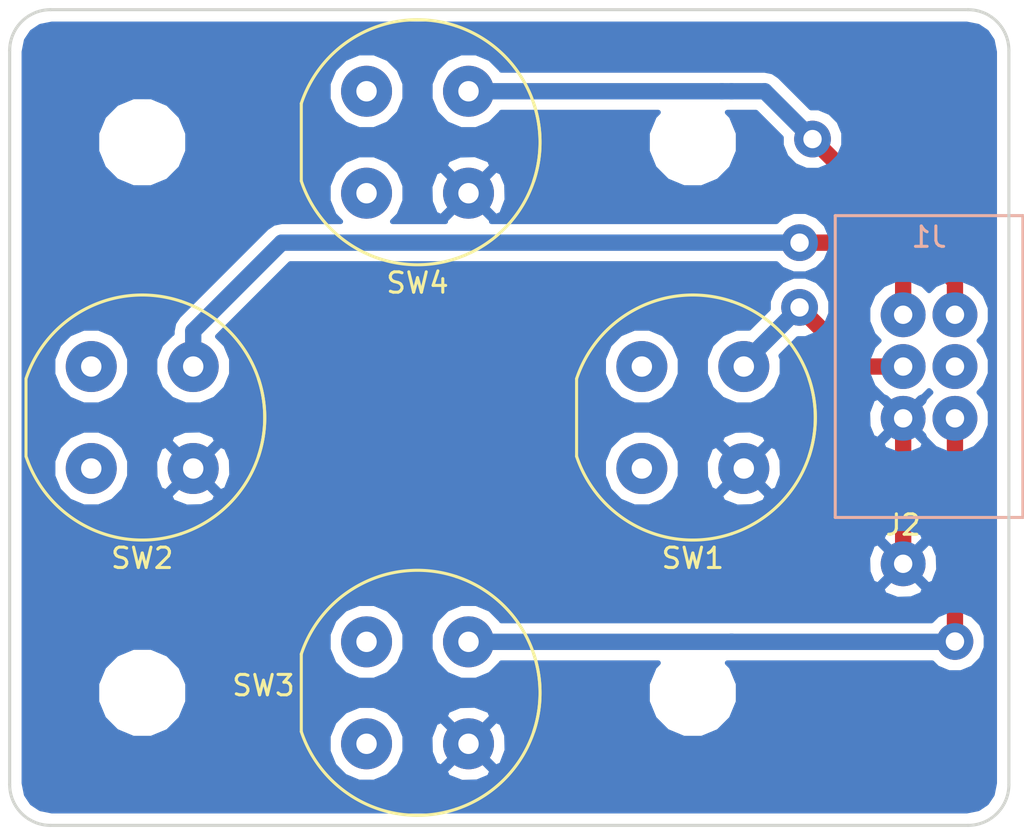
<source format=kicad_pcb>
(kicad_pcb (version 4) (host pcbnew 4.0.7)

  (general
    (links 9)
    (no_connects 0)
    (area 109.442857 66.825 175.087143 111.275)
    (thickness 1.6)
    (drawings 9)
    (tracks 34)
    (zones 0)
    (modules 10)
    (nets 7)
  )

  (page A4)
  (title_block
    (title "PCB Boutons")
    (date 2018-06-14)
    (company CPNV)
    (comment 1 "PICOTTE Alexandre")
  )

  (layers
    (0 F.Cu signal)
    (31 B.Cu signal)
    (32 B.Adhes user hide)
    (33 F.Adhes user hide)
    (34 B.Paste user hide)
    (35 F.Paste user hide)
    (36 B.SilkS user)
    (37 F.SilkS user)
    (38 B.Mask user hide)
    (39 F.Mask user hide)
    (40 Dwgs.User user hide)
    (41 Cmts.User user hide)
    (42 Eco1.User user hide)
    (43 Eco2.User user hide)
    (44 Edge.Cuts user)
    (45 Margin user hide)
    (46 B.CrtYd user hide)
    (47 F.CrtYd user hide)
    (48 B.Fab user hide)
    (49 F.Fab user hide)
  )

  (setup
    (last_trace_width 0.25)
    (user_trace_width 0.8)
    (user_trace_width 1.4)
    (trace_clearance 0.2)
    (zone_clearance 0.508)
    (zone_45_only no)
    (trace_min 0.2)
    (segment_width 0.2)
    (edge_width 0.15)
    (via_size 0.6)
    (via_drill 0.4)
    (via_min_size 0.4)
    (via_min_drill 0.3)
    (user_via 1.8 0.9)
    (uvia_size 0.3)
    (uvia_drill 0.1)
    (uvias_allowed no)
    (uvia_min_size 0.2)
    (uvia_min_drill 0.1)
    (pcb_text_width 0.3)
    (pcb_text_size 1.5 1.5)
    (mod_edge_width 0.15)
    (mod_text_size 1 1)
    (mod_text_width 0.15)
    (pad_size 2.2 2.2)
    (pad_drill 0.9)
    (pad_to_mask_clearance 0.2)
    (aux_axis_origin 0 0)
    (grid_origin 116 109)
    (visible_elements 7FFFE7FF)
    (pcbplotparams
      (layerselection 0x01000_80000001)
      (usegerberextensions false)
      (excludeedgelayer true)
      (linewidth 0.100000)
      (plotframeref false)
      (viasonmask false)
      (mode 1)
      (useauxorigin false)
      (hpglpennumber 1)
      (hpglpenspeed 20)
      (hpglpendiameter 15)
      (hpglpenoverlay 2)
      (psnegative false)
      (psa4output false)
      (plotreference true)
      (plotvalue true)
      (plotinvisibletext false)
      (padsonsilk false)
      (subtractmaskfromsilk false)
      (outputformat 1)
      (mirror false)
      (drillshape 0)
      (scaleselection 1)
      (outputdirectory "Fichiers de production/"))
  )

  (net 0 "")
  (net 1 /GND)
  (net 2 "Net-(J1-Pad2)")
  (net 3 "Net-(J1-Pad3)")
  (net 4 "Net-(J1-Pad4)")
  (net 5 "Net-(J1-Pad5)")
  (net 6 "Net-(J1-Pad6)")

  (net_class Default "Ceci est la Netclass par défaut"
    (clearance 0.2)
    (trace_width 0.25)
    (via_dia 0.6)
    (via_drill 0.4)
    (uvia_dia 0.3)
    (uvia_drill 0.1)
    (add_net /GND)
    (add_net "Net-(J1-Pad2)")
    (add_net "Net-(J1-Pad3)")
    (add_net "Net-(J1-Pad4)")
    (add_net "Net-(J1-Pad5)")
    (add_net "Net-(J1-Pad6)")
  )

  (module Mounting_Holes:MountingHole_3.2mm_M3 (layer F.Cu) (tedit 5B237DDB) (tstamp 5B1FBD10)
    (at 119 106)
    (descr "Mounting Hole 3.2mm, no annular, M3")
    (tags "mounting hole 3.2mm no annular m3")
    (attr virtual)
    (fp_text reference REF** (at 0 -4.2) (layer F.SilkS) hide
      (effects (font (size 1 1) (thickness 0.15)))
    )
    (fp_text value MountingHole_3.2mm_M3 (at 0 4.2) (layer F.Fab) hide
      (effects (font (size 1 1) (thickness 0.15)))
    )
    (fp_text user %R (at 0.3 0) (layer F.Fab)
      (effects (font (size 1 1) (thickness 0.15)))
    )
    (fp_circle (center 0 0) (end 3.2 0) (layer Cmts.User) (width 0.15))
    (fp_circle (center 0 0) (end 3.45 0) (layer F.CrtYd) (width 0.05))
    (pad "" np_thru_hole circle (at 3.5 -3.5) (size 3.2 3.2) (drill 3.2) (layers *.Cu *.Mask))
  )

  (module Mounting_Holes:MountingHole_3.2mm_M3 (layer F.Cu) (tedit 5B237D8A) (tstamp 5B1FBD08)
    (at 162 72)
    (descr "Mounting Hole 3.2mm, no annular, M3")
    (tags "mounting hole 3.2mm no annular m3")
    (attr virtual)
    (fp_text reference REF** (at 0 -4.2) (layer F.SilkS) hide
      (effects (font (size 1 1) (thickness 0.15)))
    )
    (fp_text value MountingHole_3.2mm_M3 (at 3.53 3.98) (layer F.Fab) hide
      (effects (font (size 1 1) (thickness 0.15)))
    )
    (fp_text user %R (at 0.3 0) (layer F.Fab)
      (effects (font (size 1 1) (thickness 0.15)))
    )
    (fp_circle (center 0 0) (end 3.2 0) (layer Cmts.User) (width 0.15))
    (fp_circle (center 0 0) (end 3.45 0) (layer F.CrtYd) (width 0.05))
    (pad "" np_thru_hole circle (at -12.5 3.5) (size 3.2 3.2) (drill 3.2) (layers *.Cu *.Mask))
  )

  (module Mounting_Holes:MountingHole_3.2mm_M3 (layer F.Cu) (tedit 5B237DC7) (tstamp 5B1FBCFD)
    (at 162 106)
    (descr "Mounting Hole 3.2mm, no annular, M3")
    (tags "mounting hole 3.2mm no annular m3")
    (attr virtual)
    (fp_text reference REF** (at 0 -4.2) (layer F.SilkS) hide
      (effects (font (size 1 1) (thickness 0.15)))
    )
    (fp_text value MountingHole_3.2mm_M3 (at 0 4.2) (layer F.Fab) hide
      (effects (font (size 1 1) (thickness 0.15)))
    )
    (fp_text user %R (at 0.3 0) (layer F.Fab)
      (effects (font (size 1 1) (thickness 0.15)))
    )
    (fp_circle (center 0 0) (end 3.2 0) (layer Cmts.User) (width 0.15))
    (fp_circle (center 0 0) (end 3.45 0) (layer F.CrtYd) (width 0.05))
    (pad "" np_thru_hole circle (at -12.5 -3.5) (size 3.2 3.2) (drill 3.2) (layers *.Cu *.Mask))
  )

  (module Mounting_Holes:MountingHole_3.2mm_M3 (layer F.Cu) (tedit 5B237DD6) (tstamp 5B1FBCF3)
    (at 119 72)
    (descr "Mounting Hole 3.2mm, no annular, M3")
    (tags "mounting hole 3.2mm no annular m3")
    (attr virtual)
    (fp_text reference REF** (at 0 -4.2) (layer F.SilkS) hide
      (effects (font (size 1 1) (thickness 0.15)))
    )
    (fp_text value MountingHole_3.2mm_M3 (at 0.175 4.615) (layer F.Fab) hide
      (effects (font (size 1 1) (thickness 0.15)))
    )
    (fp_text user %R (at 0.3 0) (layer F.Fab)
      (effects (font (size 1 1) (thickness 0.15)))
    )
    (fp_circle (center 0 0) (end 3.2 0) (layer Cmts.User) (width 0.15))
    (fp_circle (center 0 0) (end 3.45 0) (layer F.CrtYd) (width 0.05))
    (pad "" np_thru_hole circle (at 3.5 3.5) (size 3.2 3.2) (drill 3.2) (layers *.Cu *.Mask))
  )

  (module Polymanette_2018:Switch_D6R placed (layer F.Cu) (tedit 5B348ADF) (tstamp 5B1FB803)
    (at 136 75.5)
    (path /5B1F9AF0)
    (fp_text reference SW4 (at 0 6.9) (layer F.SilkS)
      (effects (font (size 1 1) (thickness 0.15)))
    )
    (fp_text value SW_Push (at 6.67 1.75 90) (layer F.Fab) hide
      (effects (font (size 1 1) (thickness 0.15)))
    )
    (fp_arc (start 0 0) (end 1.9 -5.7) (angle 90) (layer F.SilkS) (width 0.15))
    (fp_arc (start 0 0) (end 5.7 -1.9) (angle 90) (layer F.SilkS) (width 0.15))
    (fp_arc (start 0 0) (end 1.9 5.7) (angle 90) (layer F.SilkS) (width 0.15))
    (fp_arc (start 0 0) (end -5.7 -1.9) (angle 90) (layer F.SilkS) (width 0.15))
    (fp_line (start -5.7 1.9) (end -5.7 -1.9) (layer F.SilkS) (width 0.15))
    (pad 1 thru_hole circle (at 2.5 -2.5) (size 2.5 2.5) (drill 1) (layers *.Cu *.Mask)
      (net 6 "Net-(J1-Pad6)"))
    (pad "" thru_hole circle (at -2.5 -2.5) (size 2.5 2.5) (drill 1) (layers *.Cu *.Mask))
    (pad "" thru_hole circle (at -2.5 2.5) (size 2.5 2.5) (drill 1) (layers *.Cu *.Mask))
    (pad 2 thru_hole circle (at 2.5 2.5) (size 2.5 2.5) (drill 1) (layers *.Cu *.Mask)
      (net 1 /GND))
  )

  (module Polymanette_2018:Switch_D6R placed (layer F.Cu) (tedit 5B348ADF) (tstamp 5B1FB810)
    (at 122.5 89)
    (path /5B1F9B0D)
    (fp_text reference SW2 (at 0 6.9) (layer F.SilkS)
      (effects (font (size 1 1) (thickness 0.15)))
    )
    (fp_text value SW_Push (at 6.67 1.75 90) (layer F.Fab) hide
      (effects (font (size 1 1) (thickness 0.15)))
    )
    (fp_arc (start 0 0) (end 1.9 -5.7) (angle 90) (layer F.SilkS) (width 0.15))
    (fp_arc (start 0 0) (end 5.7 -1.9) (angle 90) (layer F.SilkS) (width 0.15))
    (fp_arc (start 0 0) (end 1.9 5.7) (angle 90) (layer F.SilkS) (width 0.15))
    (fp_arc (start 0 0) (end -5.7 -1.9) (angle 90) (layer F.SilkS) (width 0.15))
    (fp_line (start -5.7 1.9) (end -5.7 -1.9) (layer F.SilkS) (width 0.15))
    (pad 1 thru_hole circle (at 2.5 -2.5) (size 2.5 2.5) (drill 1) (layers *.Cu *.Mask)
      (net 3 "Net-(J1-Pad3)"))
    (pad "" thru_hole circle (at -2.5 -2.5) (size 2.5 2.5) (drill 1) (layers *.Cu *.Mask))
    (pad "" thru_hole circle (at -2.5 2.5) (size 2.5 2.5) (drill 1) (layers *.Cu *.Mask))
    (pad 2 thru_hole circle (at 2.5 2.5) (size 2.5 2.5) (drill 1) (layers *.Cu *.Mask)
      (net 1 /GND))
  )

  (module Polymanette_2018:Switch_D6R placed (layer F.Cu) (tedit 5B348ADF) (tstamp 5B1FB81D)
    (at 149.5 89)
    (path /5B1F9B33)
    (fp_text reference SW1 (at 0 6.9) (layer F.SilkS)
      (effects (font (size 1 1) (thickness 0.15)))
    )
    (fp_text value SW_Push (at 6.67 1.75 90) (layer F.Fab) hide
      (effects (font (size 1 1) (thickness 0.15)))
    )
    (fp_arc (start 0 0) (end 1.9 -5.7) (angle 90) (layer F.SilkS) (width 0.15))
    (fp_arc (start 0 0) (end 5.7 -1.9) (angle 90) (layer F.SilkS) (width 0.15))
    (fp_arc (start 0 0) (end 1.9 5.7) (angle 90) (layer F.SilkS) (width 0.15))
    (fp_arc (start 0 0) (end -5.7 -1.9) (angle 90) (layer F.SilkS) (width 0.15))
    (fp_line (start -5.7 1.9) (end -5.7 -1.9) (layer F.SilkS) (width 0.15))
    (pad 1 thru_hole circle (at 2.5 -2.5) (size 2.5 2.5) (drill 1) (layers *.Cu *.Mask)
      (net 2 "Net-(J1-Pad2)"))
    (pad "" thru_hole circle (at -2.5 -2.5) (size 2.5 2.5) (drill 1) (layers *.Cu *.Mask))
    (pad "" thru_hole circle (at -2.5 2.5) (size 2.5 2.5) (drill 1) (layers *.Cu *.Mask))
    (pad 2 thru_hole circle (at 2.5 2.5) (size 2.5 2.5) (drill 1) (layers *.Cu *.Mask)
      (net 1 /GND))
  )

  (module Polymanette_2018:Switch_D6R placed (layer F.Cu) (tedit 5B378792) (tstamp 5B1FB82A)
    (at 136 102.5)
    (path /5B1F9B5B)
    (fp_text reference SW3 (at -7.554 -0.358) (layer F.SilkS)
      (effects (font (size 1 1) (thickness 0.15)))
    )
    (fp_text value SW_Push (at 6.67 1.75 90) (layer F.Fab) hide
      (effects (font (size 1 1) (thickness 0.15)))
    )
    (fp_arc (start 0 0) (end 1.9 -5.7) (angle 90) (layer F.SilkS) (width 0.15))
    (fp_arc (start 0 0) (end 5.7 -1.9) (angle 90) (layer F.SilkS) (width 0.15))
    (fp_arc (start 0 0) (end 1.9 5.7) (angle 90) (layer F.SilkS) (width 0.15))
    (fp_arc (start 0 0) (end -5.7 -1.9) (angle 90) (layer F.SilkS) (width 0.15))
    (fp_line (start -5.7 1.9) (end -5.7 -1.9) (layer F.SilkS) (width 0.15))
    (pad 1 thru_hole circle (at 2.5 -2.5) (size 2.5 2.5) (drill 1) (layers *.Cu *.Mask)
      (net 4 "Net-(J1-Pad4)"))
    (pad "" thru_hole circle (at -2.5 -2.5) (size 2.5 2.5) (drill 1) (layers *.Cu *.Mask))
    (pad "" thru_hole circle (at -2.5 2.5) (size 2.5 2.5) (drill 1) (layers *.Cu *.Mask))
    (pad 2 thru_hole circle (at 2.5 2.5) (size 2.5 2.5) (drill 1) (layers *.Cu *.Mask)
      (net 1 /GND))
  )

  (module Polymanette_2018:Pad (layer F.Cu) (tedit 5B27C855) (tstamp 5B3511E6)
    (at 159.815 96.173)
    (path /5B350F51)
    (fp_text reference J2 (at 0 -1.905) (layer F.SilkS)
      (effects (font (size 1 1) (thickness 0.15)))
    )
    (fp_text value Conn_01x01 (at 0 1.905) (layer F.Fab) hide
      (effects (font (size 1 1) (thickness 0.15)))
    )
    (pad 1 thru_hole circle (at 0 0) (size 2.2 2.2) (drill 0.9) (layers *.Cu *.Mask)
      (net 1 /GND))
  )

  (module Polymanette_2018:Conn_Grove_6_pôles (layer B.Cu) (tedit 5B351398) (tstamp 5B1FB7F6)
    (at 161.085 86.5 270)
    (path /5B1F9A71)
    (fp_text reference J1 (at -6.35 0 540) (layer B.SilkS)
      (effects (font (size 1 1) (thickness 0.15)) (justify mirror))
    )
    (fp_text value Conn_01x06_Male (at 0 -3.556 270) (layer B.Fab)
      (effects (font (size 1 1) (thickness 0.15)) (justify mirror))
    )
    (fp_line (start 7.4 -4.6) (end 7.4 4.6) (layer B.SilkS) (width 0.15))
    (fp_line (start -7.4 -4.6) (end -7.4 4.6) (layer B.SilkS) (width 0.15))
    (fp_line (start -7.4 4.6) (end 7.4 4.6) (layer B.SilkS) (width 0.15))
    (fp_line (start -7.4 -4.6) (end 7.4 -4.6) (layer B.SilkS) (width 0.15))
    (pad 4 thru_hole circle (at 2.54 -1.27 270) (size 2.2 2.2) (drill 0.9) (layers *.Cu *.Mask)
      (net 4 "Net-(J1-Pad4)"))
    (pad 5 thru_hole circle (at 0 -1.27 270) (size 2.2 2.2) (drill 0.9) (layers *.Cu *.Mask)
      (net 5 "Net-(J1-Pad5)"))
    (pad 6 thru_hole circle (at -2.54 -1.27 270) (size 2.2 2.2) (drill 0.9) (layers *.Cu *.Mask)
      (net 6 "Net-(J1-Pad6)"))
    (pad 1 thru_hole circle (at 2.54 1.27 270) (size 2.2 2.2) (drill 0.9) (layers *.Cu *.Mask)
      (net 1 /GND))
    (pad 2 thru_hole circle (at 0 1.27 270) (size 2.2 2.2) (drill 0.9) (layers *.Cu *.Mask)
      (net 2 "Net-(J1-Pad2)"))
    (pad 3 thru_hole circle (at -2.54 1.27 270) (size 2.2 2.2) (drill 0.9) (layers *.Cu *.Mask)
      (net 3 "Net-(J1-Pad3)"))
  )

  (gr_text "Polymanette\nBoutons\nMCT 2017-18\nAlexandre PICOTTE" (at 136.32 91.728) (layer F.Cu)
    (effects (font (size 1.5 1.5) (thickness 0.3)))
  )
  (gr_line (start 118 109) (end 163 109) (angle 90) (layer Edge.Cuts) (width 0.15) (tstamp 5B1FBA38))
  (gr_line (start 165 107) (end 165 71) (angle 90) (layer Edge.Cuts) (width 0.15) (tstamp 5B1FBA27))
  (gr_arc (start 118 71) (end 116 71) (angle 90) (layer Edge.Cuts) (width 0.15))
  (gr_arc (start 163 71) (end 163 69) (angle 90) (layer Edge.Cuts) (width 0.15))
  (gr_arc (start 163 107) (end 165 107) (angle 90) (layer Edge.Cuts) (width 0.15))
  (gr_line (start 116 107) (end 116 71) (angle 90) (layer Edge.Cuts) (width 0.15))
  (gr_arc (start 118 107) (end 118 109) (angle 90) (layer Edge.Cuts) (width 0.15))
  (gr_line (start 118 69) (end 163 69) (angle 90) (layer Edge.Cuts) (width 0.15))

  (segment (start 130.224 73.948) (end 130.224 76.996) (width 0.25) (layer F.Cu) (net 0))
  (segment (start 130.224 100.872) (end 130.224 103.92) (width 0.25) (layer F.Cu) (net 0))
  (segment (start 143.94 87.156) (end 143.94 90.712) (width 0.25) (layer F.Cu) (net 0))
  (segment (start 117.016 87.156) (end 117.016 90.712) (width 0.25) (layer F.Cu) (net 0))
  (segment (start 159.815 96.173) (end 159.815 89.04) (width 0.8) (layer F.Cu) (net 1))
  (segment (start 152 86.5) (end 152 86.335) (width 0.8) (layer B.Cu) (net 2))
  (segment (start 152 86.335) (end 154.735 83.6) (width 0.8) (layer B.Cu) (net 2) (tstamp 5B351412))
  (via (at 154.735 83.6) (size 1.8) (drill 0.9) (layers F.Cu B.Cu) (net 2))
  (segment (start 154.735 83.6) (end 157.635 86.5) (width 0.8) (layer F.Cu) (net 2) (tstamp 5B351414))
  (segment (start 157.635 86.5) (end 159.815 86.5) (width 0.8) (layer F.Cu) (net 2) (tstamp 5B351415))
  (segment (start 157.275 80.425) (end 158.545 80.425) (width 0.8) (layer F.Cu) (net 3))
  (segment (start 125 84.76) (end 129.335 80.425) (width 0.8) (layer B.Cu) (net 3) (tstamp 5B351421))
  (segment (start 129.335 80.425) (end 154.735 80.425) (width 0.8) (layer B.Cu) (net 3) (tstamp 5B351425))
  (via (at 154.735 80.425) (size 1.8) (drill 0.9) (layers F.Cu B.Cu) (net 3))
  (segment (start 154.735 80.425) (end 157.275 80.425) (width 0.8) (layer F.Cu) (net 3) (tstamp 5B35142D))
  (segment (start 125 86.5) (end 125 84.76) (width 0.8) (layer B.Cu) (net 3))
  (segment (start 159.815 81.695) (end 159.815 83.96) (width 0.8) (layer F.Cu) (net 3) (tstamp 5B351444))
  (segment (start 158.545 80.425) (end 159.815 81.695) (width 0.8) (layer F.Cu) (net 3) (tstamp 5B351440))
  (segment (start 125 86.5) (end 125.165 86.5) (width 0.8) (layer B.Cu) (net 3))
  (segment (start 151.395 100) (end 162.338 100) (width 0.8) (layer B.Cu) (net 4))
  (segment (start 162.355 99.983) (end 162.355 89.04) (width 0.8) (layer F.Cu) (net 4) (tstamp 5B350DD2))
  (via (at 162.355 99.983) (size 1.8) (drill 0.9) (layers F.Cu B.Cu) (net 4))
  (segment (start 162.338 100) (end 162.355 99.983) (width 0.8) (layer B.Cu) (net 4) (tstamp 5B350DCB))
  (segment (start 151.395 100) (end 151.416 100) (width 0.8) (layer B.Cu) (net 4))
  (segment (start 138.5 100) (end 151.395 100) (width 0.8) (layer B.Cu) (net 4))
  (segment (start 162.355 89.061) (end 162.355 89.04) (width 0.8) (layer F.Cu) (net 4) (tstamp 5B350CFE))
  (segment (start 162.355 89.061) (end 162.355 89.04) (width 0.8) (layer F.Cu) (net 4) (tstamp 5B2B9B0B))
  (segment (start 153.025 73) (end 151.395 73) (width 0.8) (layer B.Cu) (net 6))
  (segment (start 138.5 73) (end 150.925 73) (width 0.8) (layer B.Cu) (net 6))
  (segment (start 150.925 73) (end 151.395 73) (width 0.8) (layer B.Cu) (net 6))
  (segment (start 162.355 82.33) (end 155.37 75.345) (width 0.8) (layer F.Cu) (net 6) (tstamp 5B350C7F))
  (via (at 155.37 75.345) (size 1.8) (drill 0.9) (layers F.Cu B.Cu) (net 6))
  (segment (start 155.37 75.345) (end 153.025 73) (width 0.8) (layer B.Cu) (net 6) (tstamp 5B350C8E))
  (segment (start 162.355 82.33) (end 162.355 83.96) (width 0.8) (layer F.Cu) (net 6))

  (zone (net 1) (net_name /GND) (layer B.Cu) (tstamp 5B1FBD2F) (hatch edge 0.508)
    (connect_pads (clearance 0.508))
    (min_thickness 0.254)
    (fill yes (arc_segments 16) (thermal_gap 0.508) (thermal_bridge_width 0.508))
    (polygon
      (pts
        (xy 116 109) (xy 165 109) (xy 165 69) (xy 116 69)
      )
    )
    (filled_polygon
      (pts
        (xy 163.488338 69.821046) (xy 163.902333 70.097669) (xy 164.178953 70.51166) (xy 164.29 71.069931) (xy 164.29 106.930069)
        (xy 164.178953 107.48834) (xy 163.902333 107.902331) (xy 163.488338 108.178954) (xy 162.930069 108.29) (xy 118.069931 108.29)
        (xy 117.51166 108.178953) (xy 117.097669 107.902333) (xy 116.821046 107.488338) (xy 116.71 106.930069) (xy 116.71 105.373305)
        (xy 131.614674 105.373305) (xy 131.901043 106.066372) (xy 132.430839 106.597093) (xy 133.123405 106.884672) (xy 133.873305 106.885326)
        (xy 134.566372 106.598957) (xy 134.832472 106.33332) (xy 137.346285 106.33332) (xy 137.475533 106.626123) (xy 138.175806 106.894388)
        (xy 138.925435 106.87425) (xy 139.524467 106.626123) (xy 139.653715 106.33332) (xy 138.5 105.179605) (xy 137.346285 106.33332)
        (xy 134.832472 106.33332) (xy 135.097093 106.069161) (xy 135.384672 105.376595) (xy 135.385283 104.675806) (xy 136.605612 104.675806)
        (xy 136.62575 105.425435) (xy 136.873877 106.024467) (xy 137.16668 106.153715) (xy 138.320395 105) (xy 138.679605 105)
        (xy 139.83332 106.153715) (xy 140.126123 106.024467) (xy 140.394388 105.324194) (xy 140.37425 104.574565) (xy 140.126123 103.975533)
        (xy 139.83332 103.846285) (xy 138.679605 105) (xy 138.320395 105) (xy 137.16668 103.846285) (xy 136.873877 103.975533)
        (xy 136.605612 104.675806) (xy 135.385283 104.675806) (xy 135.385326 104.626695) (xy 135.098957 103.933628) (xy 134.832475 103.66668)
        (xy 137.346285 103.66668) (xy 138.5 104.820395) (xy 139.653715 103.66668) (xy 139.524467 103.373877) (xy 138.824194 103.105612)
        (xy 138.074565 103.12575) (xy 137.475533 103.373877) (xy 137.346285 103.66668) (xy 134.832475 103.66668) (xy 134.569161 103.402907)
        (xy 133.876595 103.115328) (xy 133.126695 103.114674) (xy 132.433628 103.401043) (xy 131.902907 103.930839) (xy 131.615328 104.623405)
        (xy 131.614674 105.373305) (xy 116.71 105.373305) (xy 116.71 102.942619) (xy 120.264613 102.942619) (xy 120.604155 103.764372)
        (xy 121.232321 104.393636) (xy 122.053481 104.734611) (xy 122.942619 104.735387) (xy 123.764372 104.395845) (xy 124.393636 103.767679)
        (xy 124.734611 102.946519) (xy 124.735387 102.057381) (xy 124.395845 101.235628) (xy 123.767679 100.606364) (xy 123.20641 100.373305)
        (xy 131.614674 100.373305) (xy 131.901043 101.066372) (xy 132.430839 101.597093) (xy 133.123405 101.884672) (xy 133.873305 101.885326)
        (xy 134.566372 101.598957) (xy 135.097093 101.069161) (xy 135.384672 100.376595) (xy 135.384674 100.373305) (xy 136.614674 100.373305)
        (xy 136.901043 101.066372) (xy 137.430839 101.597093) (xy 138.123405 101.884672) (xy 138.873305 101.885326) (xy 139.566372 101.598957)
        (xy 140.097093 101.069161) (xy 140.111278 101.035) (xy 147.80403 101.035) (xy 147.606364 101.232321) (xy 147.265389 102.053481)
        (xy 147.264613 102.942619) (xy 147.604155 103.764372) (xy 148.232321 104.393636) (xy 149.053481 104.734611) (xy 149.942619 104.735387)
        (xy 150.764372 104.395845) (xy 151.393636 103.767679) (xy 151.734611 102.946519) (xy 151.735387 102.057381) (xy 151.395845 101.235628)
        (xy 151.195567 101.035) (xy 161.23624 101.035) (xy 161.484357 101.283551) (xy 162.04833 101.517733) (xy 162.658991 101.518265)
        (xy 163.223371 101.285068) (xy 163.655551 100.853643) (xy 163.889733 100.28967) (xy 163.890265 99.679009) (xy 163.657068 99.114629)
        (xy 163.225643 98.682449) (xy 162.66167 98.448267) (xy 162.051009 98.447735) (xy 161.486629 98.680932) (xy 161.202064 98.965)
        (xy 140.11192 98.965) (xy 140.098957 98.933628) (xy 139.569161 98.402907) (xy 138.876595 98.115328) (xy 138.126695 98.114674)
        (xy 137.433628 98.401043) (xy 136.902907 98.930839) (xy 136.615328 99.623405) (xy 136.614674 100.373305) (xy 135.384674 100.373305)
        (xy 135.385326 99.626695) (xy 135.098957 98.933628) (xy 134.569161 98.402907) (xy 133.876595 98.115328) (xy 133.126695 98.114674)
        (xy 132.433628 98.401043) (xy 131.902907 98.930839) (xy 131.615328 99.623405) (xy 131.614674 100.373305) (xy 123.20641 100.373305)
        (xy 122.946519 100.265389) (xy 122.057381 100.264613) (xy 121.235628 100.604155) (xy 120.606364 101.232321) (xy 120.265389 102.053481)
        (xy 120.264613 102.942619) (xy 116.71 102.942619) (xy 116.71 97.397868) (xy 158.769737 97.397868) (xy 158.880641 97.675099)
        (xy 159.526593 97.918323) (xy 160.216453 97.895836) (xy 160.749359 97.675099) (xy 160.860263 97.397868) (xy 159.815 96.352605)
        (xy 158.769737 97.397868) (xy 116.71 97.397868) (xy 116.71 95.884593) (xy 158.069677 95.884593) (xy 158.092164 96.574453)
        (xy 158.312901 97.107359) (xy 158.590132 97.218263) (xy 159.635395 96.173) (xy 159.994605 96.173) (xy 161.039868 97.218263)
        (xy 161.317099 97.107359) (xy 161.560323 96.461407) (xy 161.537836 95.771547) (xy 161.317099 95.238641) (xy 161.039868 95.127737)
        (xy 159.994605 96.173) (xy 159.635395 96.173) (xy 158.590132 95.127737) (xy 158.312901 95.238641) (xy 158.069677 95.884593)
        (xy 116.71 95.884593) (xy 116.71 94.948132) (xy 158.769737 94.948132) (xy 159.815 95.993395) (xy 160.860263 94.948132)
        (xy 160.749359 94.670901) (xy 160.103407 94.427677) (xy 159.413547 94.450164) (xy 158.880641 94.670901) (xy 158.769737 94.948132)
        (xy 116.71 94.948132) (xy 116.71 91.873305) (xy 118.114674 91.873305) (xy 118.401043 92.566372) (xy 118.930839 93.097093)
        (xy 119.623405 93.384672) (xy 120.373305 93.385326) (xy 121.066372 93.098957) (xy 121.332472 92.83332) (xy 123.846285 92.83332)
        (xy 123.975533 93.126123) (xy 124.675806 93.394388) (xy 125.425435 93.37425) (xy 126.024467 93.126123) (xy 126.153715 92.83332)
        (xy 125 91.679605) (xy 123.846285 92.83332) (xy 121.332472 92.83332) (xy 121.597093 92.569161) (xy 121.884672 91.876595)
        (xy 121.885283 91.175806) (xy 123.105612 91.175806) (xy 123.12575 91.925435) (xy 123.373877 92.524467) (xy 123.66668 92.653715)
        (xy 124.820395 91.5) (xy 125.179605 91.5) (xy 126.33332 92.653715) (xy 126.626123 92.524467) (xy 126.875574 91.873305)
        (xy 145.114674 91.873305) (xy 145.401043 92.566372) (xy 145.930839 93.097093) (xy 146.623405 93.384672) (xy 147.373305 93.385326)
        (xy 148.066372 93.098957) (xy 148.332472 92.83332) (xy 150.846285 92.83332) (xy 150.975533 93.126123) (xy 151.675806 93.394388)
        (xy 152.425435 93.37425) (xy 153.024467 93.126123) (xy 153.153715 92.83332) (xy 152 91.679605) (xy 150.846285 92.83332)
        (xy 148.332472 92.83332) (xy 148.597093 92.569161) (xy 148.884672 91.876595) (xy 148.885283 91.175806) (xy 150.105612 91.175806)
        (xy 150.12575 91.925435) (xy 150.373877 92.524467) (xy 150.66668 92.653715) (xy 151.820395 91.5) (xy 152.179605 91.5)
        (xy 153.33332 92.653715) (xy 153.626123 92.524467) (xy 153.894388 91.824194) (xy 153.87425 91.074565) (xy 153.626123 90.475533)
        (xy 153.33332 90.346285) (xy 152.179605 91.5) (xy 151.820395 91.5) (xy 150.66668 90.346285) (xy 150.373877 90.475533)
        (xy 150.105612 91.175806) (xy 148.885283 91.175806) (xy 148.885326 91.126695) (xy 148.598957 90.433628) (xy 148.332475 90.16668)
        (xy 150.846285 90.16668) (xy 152 91.320395) (xy 153.055527 90.264868) (xy 158.769737 90.264868) (xy 158.880641 90.542099)
        (xy 159.526593 90.785323) (xy 160.216453 90.762836) (xy 160.749359 90.542099) (xy 160.860263 90.264868) (xy 159.815 89.219605)
        (xy 158.769737 90.264868) (xy 153.055527 90.264868) (xy 153.153715 90.16668) (xy 153.024467 89.873877) (xy 152.324194 89.605612)
        (xy 151.574565 89.62575) (xy 150.975533 89.873877) (xy 150.846285 90.16668) (xy 148.332475 90.16668) (xy 148.069161 89.902907)
        (xy 147.376595 89.615328) (xy 146.626695 89.614674) (xy 145.933628 89.901043) (xy 145.402907 90.430839) (xy 145.115328 91.123405)
        (xy 145.114674 91.873305) (xy 126.875574 91.873305) (xy 126.894388 91.824194) (xy 126.87425 91.074565) (xy 126.626123 90.475533)
        (xy 126.33332 90.346285) (xy 125.179605 91.5) (xy 124.820395 91.5) (xy 123.66668 90.346285) (xy 123.373877 90.475533)
        (xy 123.105612 91.175806) (xy 121.885283 91.175806) (xy 121.885326 91.126695) (xy 121.598957 90.433628) (xy 121.332475 90.16668)
        (xy 123.846285 90.16668) (xy 125 91.320395) (xy 126.153715 90.16668) (xy 126.024467 89.873877) (xy 125.324194 89.605612)
        (xy 124.574565 89.62575) (xy 123.975533 89.873877) (xy 123.846285 90.16668) (xy 121.332475 90.16668) (xy 121.069161 89.902907)
        (xy 120.376595 89.615328) (xy 119.626695 89.614674) (xy 118.933628 89.901043) (xy 118.402907 90.430839) (xy 118.115328 91.123405)
        (xy 118.114674 91.873305) (xy 116.71 91.873305) (xy 116.71 88.751593) (xy 158.069677 88.751593) (xy 158.092164 89.441453)
        (xy 158.312901 89.974359) (xy 158.590132 90.085263) (xy 159.635395 89.04) (xy 158.590132 87.994737) (xy 158.312901 88.105641)
        (xy 158.069677 88.751593) (xy 116.71 88.751593) (xy 116.71 86.873305) (xy 118.114674 86.873305) (xy 118.401043 87.566372)
        (xy 118.930839 88.097093) (xy 119.623405 88.384672) (xy 120.373305 88.385326) (xy 121.066372 88.098957) (xy 121.597093 87.569161)
        (xy 121.884672 86.876595) (xy 121.884674 86.873305) (xy 123.114674 86.873305) (xy 123.401043 87.566372) (xy 123.930839 88.097093)
        (xy 124.623405 88.384672) (xy 125.373305 88.385326) (xy 126.066372 88.098957) (xy 126.597093 87.569161) (xy 126.884672 86.876595)
        (xy 126.884674 86.873305) (xy 145.114674 86.873305) (xy 145.401043 87.566372) (xy 145.930839 88.097093) (xy 146.623405 88.384672)
        (xy 147.373305 88.385326) (xy 148.066372 88.098957) (xy 148.597093 87.569161) (xy 148.884672 86.876595) (xy 148.884674 86.873305)
        (xy 150.114674 86.873305) (xy 150.401043 87.566372) (xy 150.930839 88.097093) (xy 151.623405 88.384672) (xy 152.373305 88.385326)
        (xy 153.066372 88.098957) (xy 153.597093 87.569161) (xy 153.884672 86.876595) (xy 153.885326 86.126695) (xy 153.822958 85.975753)
        (xy 154.663773 85.134938) (xy 155.038991 85.135265) (xy 155.603371 84.902068) (xy 156.035551 84.470643) (xy 156.104913 84.303599)
        (xy 158.079699 84.303599) (xy 158.343281 84.941515) (xy 158.631338 85.230075) (xy 158.344996 85.515918) (xy 158.080301 86.153373)
        (xy 158.079699 86.843599) (xy 158.343281 87.481515) (xy 158.830918 87.970004) (xy 158.991139 88.036534) (xy 159.815 88.860395)
        (xy 160.638305 88.03709) (xy 160.796515 87.971719) (xy 161.085075 87.683662) (xy 161.171338 87.770075) (xy 160.884996 88.055918)
        (xy 160.818466 88.216139) (xy 159.994605 89.04) (xy 160.81791 89.863305) (xy 160.883281 90.021515) (xy 161.370918 90.510004)
        (xy 162.008373 90.774699) (xy 162.698599 90.775301) (xy 163.336515 90.511719) (xy 163.825004 90.024082) (xy 164.089699 89.386627)
        (xy 164.090301 88.696401) (xy 163.826719 88.058485) (xy 163.538662 87.769925) (xy 163.825004 87.484082) (xy 164.089699 86.846627)
        (xy 164.090301 86.156401) (xy 163.826719 85.518485) (xy 163.538662 85.229925) (xy 163.825004 84.944082) (xy 164.089699 84.306627)
        (xy 164.090301 83.616401) (xy 163.826719 82.978485) (xy 163.339082 82.489996) (xy 162.701627 82.225301) (xy 162.011401 82.224699)
        (xy 161.373485 82.488281) (xy 161.084925 82.776338) (xy 160.799082 82.489996) (xy 160.161627 82.225301) (xy 159.471401 82.224699)
        (xy 158.833485 82.488281) (xy 158.344996 82.975918) (xy 158.080301 83.613373) (xy 158.079699 84.303599) (xy 156.104913 84.303599)
        (xy 156.269733 83.90667) (xy 156.270265 83.296009) (xy 156.037068 82.731629) (xy 155.605643 82.299449) (xy 155.04167 82.065267)
        (xy 154.431009 82.064735) (xy 153.866629 82.297932) (xy 153.434449 82.729357) (xy 153.200267 83.29333) (xy 153.199938 83.671351)
        (xy 152.256065 84.615223) (xy 151.626695 84.614674) (xy 150.933628 84.901043) (xy 150.402907 85.430839) (xy 150.115328 86.123405)
        (xy 150.114674 86.873305) (xy 148.884674 86.873305) (xy 148.885326 86.126695) (xy 148.598957 85.433628) (xy 148.069161 84.902907)
        (xy 147.376595 84.615328) (xy 146.626695 84.614674) (xy 145.933628 84.901043) (xy 145.402907 85.430839) (xy 145.115328 86.123405)
        (xy 145.114674 86.873305) (xy 126.884674 86.873305) (xy 126.885326 86.126695) (xy 126.598957 85.433628) (xy 126.194873 85.028839)
        (xy 129.763711 81.46) (xy 153.59927 81.46) (xy 153.864357 81.725551) (xy 154.42833 81.959733) (xy 155.038991 81.960265)
        (xy 155.603371 81.727068) (xy 156.035551 81.295643) (xy 156.269733 80.73167) (xy 156.270265 80.121009) (xy 156.037068 79.556629)
        (xy 155.605643 79.124449) (xy 155.04167 78.890267) (xy 154.431009 78.889735) (xy 153.866629 79.122932) (xy 153.599094 79.39)
        (xy 139.628696 79.39) (xy 139.653715 79.33332) (xy 138.5 78.179605) (xy 137.346285 79.33332) (xy 137.371304 79.39)
        (xy 134.775694 79.39) (xy 135.097093 79.069161) (xy 135.384672 78.376595) (xy 135.385283 77.675806) (xy 136.605612 77.675806)
        (xy 136.62575 78.425435) (xy 136.873877 79.024467) (xy 137.16668 79.153715) (xy 138.320395 78) (xy 138.679605 78)
        (xy 139.83332 79.153715) (xy 140.126123 79.024467) (xy 140.394388 78.324194) (xy 140.37425 77.574565) (xy 140.126123 76.975533)
        (xy 139.83332 76.846285) (xy 138.679605 78) (xy 138.320395 78) (xy 137.16668 76.846285) (xy 136.873877 76.975533)
        (xy 136.605612 77.675806) (xy 135.385283 77.675806) (xy 135.385326 77.626695) (xy 135.098957 76.933628) (xy 134.832475 76.66668)
        (xy 137.346285 76.66668) (xy 138.5 77.820395) (xy 139.653715 76.66668) (xy 139.524467 76.373877) (xy 138.824194 76.105612)
        (xy 138.074565 76.12575) (xy 137.475533 76.373877) (xy 137.346285 76.66668) (xy 134.832475 76.66668) (xy 134.569161 76.402907)
        (xy 133.876595 76.115328) (xy 133.126695 76.114674) (xy 132.433628 76.401043) (xy 131.902907 76.930839) (xy 131.615328 77.623405)
        (xy 131.614674 78.373305) (xy 131.901043 79.066372) (xy 132.224107 79.39) (xy 129.335005 79.39) (xy 129.335 79.389999)
        (xy 128.938923 79.468785) (xy 128.603144 79.693144) (xy 128.603142 79.693147) (xy 124.268144 84.028144) (xy 124.043785 84.363923)
        (xy 123.964999 84.76) (xy 123.965 84.760005) (xy 123.965 84.88808) (xy 123.933628 84.901043) (xy 123.402907 85.430839)
        (xy 123.115328 86.123405) (xy 123.114674 86.873305) (xy 121.884674 86.873305) (xy 121.885326 86.126695) (xy 121.598957 85.433628)
        (xy 121.069161 84.902907) (xy 120.376595 84.615328) (xy 119.626695 84.614674) (xy 118.933628 84.901043) (xy 118.402907 85.430839)
        (xy 118.115328 86.123405) (xy 118.114674 86.873305) (xy 116.71 86.873305) (xy 116.71 75.942619) (xy 120.264613 75.942619)
        (xy 120.604155 76.764372) (xy 121.232321 77.393636) (xy 122.053481 77.734611) (xy 122.942619 77.735387) (xy 123.764372 77.395845)
        (xy 124.393636 76.767679) (xy 124.734611 75.946519) (xy 124.735387 75.057381) (xy 124.395845 74.235628) (xy 123.767679 73.606364)
        (xy 123.20641 73.373305) (xy 131.614674 73.373305) (xy 131.901043 74.066372) (xy 132.430839 74.597093) (xy 133.123405 74.884672)
        (xy 133.873305 74.885326) (xy 134.566372 74.598957) (xy 135.097093 74.069161) (xy 135.384672 73.376595) (xy 135.384674 73.373305)
        (xy 136.614674 73.373305) (xy 136.901043 74.066372) (xy 137.430839 74.597093) (xy 138.123405 74.884672) (xy 138.873305 74.885326)
        (xy 139.566372 74.598957) (xy 140.097093 74.069161) (xy 140.111278 74.035) (xy 147.80403 74.035) (xy 147.606364 74.232321)
        (xy 147.265389 75.053481) (xy 147.264613 75.942619) (xy 147.604155 76.764372) (xy 148.232321 77.393636) (xy 149.053481 77.734611)
        (xy 149.942619 77.735387) (xy 150.764372 77.395845) (xy 151.393636 76.767679) (xy 151.734611 75.946519) (xy 151.735387 75.057381)
        (xy 151.395845 74.235628) (xy 151.195567 74.035) (xy 152.596288 74.035) (xy 153.835062 75.273773) (xy 153.834735 75.648991)
        (xy 154.067932 76.213371) (xy 154.499357 76.645551) (xy 155.06333 76.879733) (xy 155.673991 76.880265) (xy 156.238371 76.647068)
        (xy 156.670551 76.215643) (xy 156.904733 75.65167) (xy 156.905265 75.041009) (xy 156.672068 74.476629) (xy 156.240643 74.044449)
        (xy 155.67667 73.810267) (xy 155.298649 73.809938) (xy 153.756856 72.268144) (xy 153.421077 72.043785) (xy 153.025 71.964999)
        (xy 153.024995 71.965) (xy 140.11192 71.965) (xy 140.098957 71.933628) (xy 139.569161 71.402907) (xy 138.876595 71.115328)
        (xy 138.126695 71.114674) (xy 137.433628 71.401043) (xy 136.902907 71.930839) (xy 136.615328 72.623405) (xy 136.614674 73.373305)
        (xy 135.384674 73.373305) (xy 135.385326 72.626695) (xy 135.098957 71.933628) (xy 134.569161 71.402907) (xy 133.876595 71.115328)
        (xy 133.126695 71.114674) (xy 132.433628 71.401043) (xy 131.902907 71.930839) (xy 131.615328 72.623405) (xy 131.614674 73.373305)
        (xy 123.20641 73.373305) (xy 122.946519 73.265389) (xy 122.057381 73.264613) (xy 121.235628 73.604155) (xy 120.606364 74.232321)
        (xy 120.265389 75.053481) (xy 120.264613 75.942619) (xy 116.71 75.942619) (xy 116.71 71.069931) (xy 116.821046 70.511662)
        (xy 117.097669 70.097667) (xy 117.51166 69.821047) (xy 118.069931 69.71) (xy 162.930069 69.71)
      )
    )
  )
)

</source>
